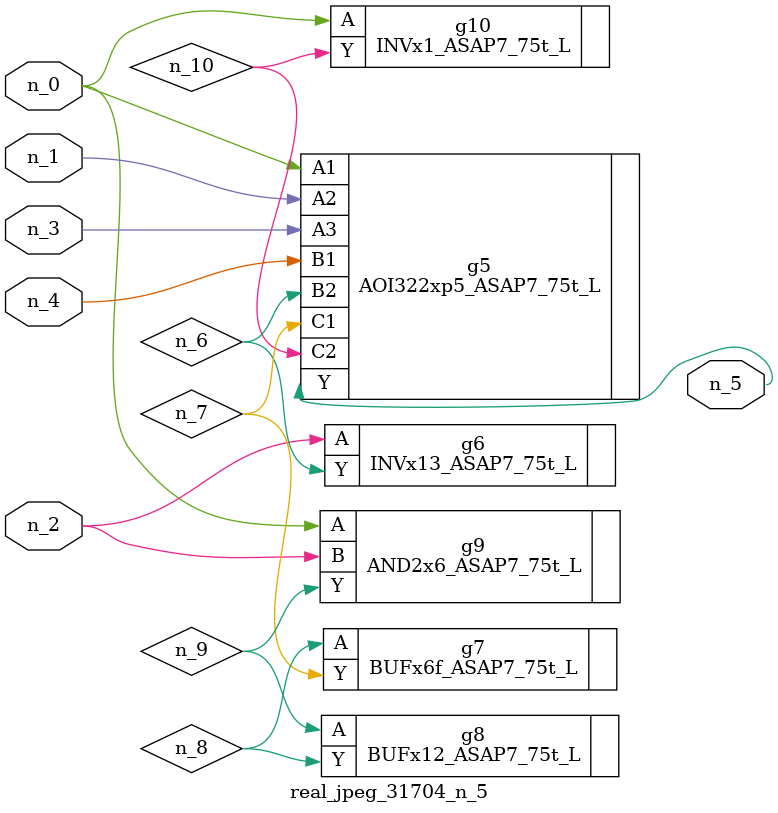
<source format=v>
module real_jpeg_31704_n_5 (n_4, n_0, n_1, n_2, n_3, n_5);

input n_4;
input n_0;
input n_1;
input n_2;
input n_3;

output n_5;

wire n_8;
wire n_6;
wire n_7;
wire n_10;
wire n_9;

AOI322xp5_ASAP7_75t_L g5 ( 
.A1(n_0),
.A2(n_1),
.A3(n_3),
.B1(n_4),
.B2(n_6),
.C1(n_7),
.C2(n_10),
.Y(n_5)
);

AND2x6_ASAP7_75t_L g9 ( 
.A(n_0),
.B(n_2),
.Y(n_9)
);

INVx1_ASAP7_75t_L g10 ( 
.A(n_0),
.Y(n_10)
);

INVx13_ASAP7_75t_L g6 ( 
.A(n_2),
.Y(n_6)
);

BUFx6f_ASAP7_75t_L g7 ( 
.A(n_8),
.Y(n_7)
);

BUFx12_ASAP7_75t_L g8 ( 
.A(n_9),
.Y(n_8)
);


endmodule
</source>
